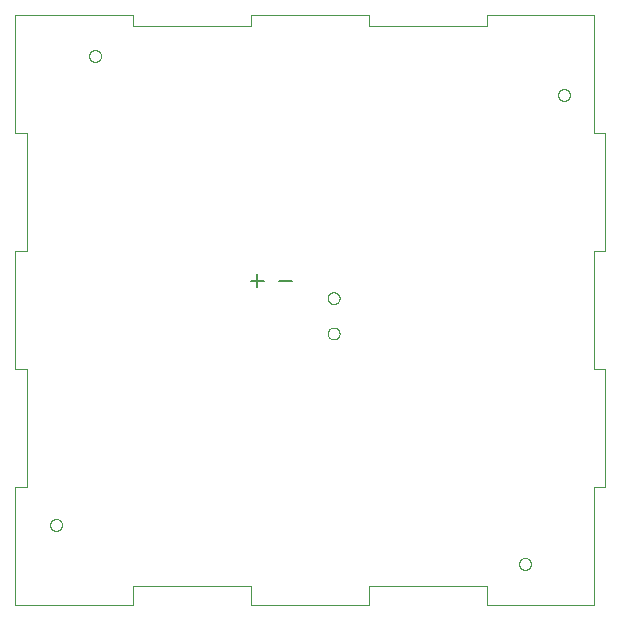
<source format=gbp>
G75*
%MOIN*%
%OFA0B0*%
%FSLAX25Y25*%
%IPPOS*%
%LPD*%
%AMOC8*
5,1,8,0,0,1.08239X$1,22.5*
%
%ADD10C,0.00004*%
%ADD11C,0.00600*%
%ADD12C,0.00000*%
D10*
X0001002Y0001002D02*
X0040372Y0001002D01*
X0040372Y0007301D01*
X0079742Y0007301D01*
X0079742Y0001002D01*
X0119112Y0001002D01*
X0119112Y0007301D01*
X0158482Y0007301D01*
X0158482Y0001002D01*
X0193915Y0001002D01*
X0193915Y0040372D01*
X0197852Y0040372D01*
X0197852Y0079742D01*
X0193915Y0079742D01*
X0193915Y0119112D01*
X0197852Y0119112D01*
X0197852Y0158482D01*
X0193915Y0158482D01*
X0193915Y0197852D01*
X0158482Y0197852D01*
X0158482Y0193915D01*
X0119112Y0193915D01*
X0119112Y0197852D01*
X0079742Y0197852D01*
X0079742Y0193915D01*
X0040372Y0193915D01*
X0040372Y0197852D01*
X0001002Y0197852D01*
X0001002Y0158482D01*
X0004939Y0158482D01*
X0004939Y0119112D01*
X0001002Y0119112D01*
X0001002Y0079742D01*
X0004939Y0079742D01*
X0004939Y0040372D01*
X0001002Y0040372D01*
X0001002Y0001002D01*
D11*
X0081784Y0107094D02*
X0081784Y0111364D01*
X0083919Y0109229D02*
X0079648Y0109229D01*
X0089097Y0109229D02*
X0093368Y0109229D01*
D12*
X0105332Y0103364D02*
X0105334Y0103452D01*
X0105340Y0103540D01*
X0105350Y0103628D01*
X0105364Y0103716D01*
X0105381Y0103802D01*
X0105403Y0103888D01*
X0105428Y0103972D01*
X0105458Y0104056D01*
X0105490Y0104138D01*
X0105527Y0104218D01*
X0105567Y0104297D01*
X0105611Y0104374D01*
X0105658Y0104449D01*
X0105708Y0104521D01*
X0105762Y0104592D01*
X0105818Y0104659D01*
X0105878Y0104725D01*
X0105940Y0104787D01*
X0106006Y0104847D01*
X0106073Y0104903D01*
X0106144Y0104957D01*
X0106216Y0105007D01*
X0106291Y0105054D01*
X0106368Y0105098D01*
X0106447Y0105138D01*
X0106527Y0105175D01*
X0106609Y0105207D01*
X0106693Y0105237D01*
X0106777Y0105262D01*
X0106863Y0105284D01*
X0106949Y0105301D01*
X0107037Y0105315D01*
X0107125Y0105325D01*
X0107213Y0105331D01*
X0107301Y0105333D01*
X0107389Y0105331D01*
X0107477Y0105325D01*
X0107565Y0105315D01*
X0107653Y0105301D01*
X0107739Y0105284D01*
X0107825Y0105262D01*
X0107909Y0105237D01*
X0107993Y0105207D01*
X0108075Y0105175D01*
X0108155Y0105138D01*
X0108234Y0105098D01*
X0108311Y0105054D01*
X0108386Y0105007D01*
X0108458Y0104957D01*
X0108529Y0104903D01*
X0108596Y0104847D01*
X0108662Y0104787D01*
X0108724Y0104725D01*
X0108784Y0104659D01*
X0108840Y0104592D01*
X0108894Y0104521D01*
X0108944Y0104449D01*
X0108991Y0104374D01*
X0109035Y0104297D01*
X0109075Y0104218D01*
X0109112Y0104138D01*
X0109144Y0104056D01*
X0109174Y0103972D01*
X0109199Y0103888D01*
X0109221Y0103802D01*
X0109238Y0103716D01*
X0109252Y0103628D01*
X0109262Y0103540D01*
X0109268Y0103452D01*
X0109270Y0103364D01*
X0109268Y0103276D01*
X0109262Y0103188D01*
X0109252Y0103100D01*
X0109238Y0103012D01*
X0109221Y0102926D01*
X0109199Y0102840D01*
X0109174Y0102756D01*
X0109144Y0102672D01*
X0109112Y0102590D01*
X0109075Y0102510D01*
X0109035Y0102431D01*
X0108991Y0102354D01*
X0108944Y0102279D01*
X0108894Y0102207D01*
X0108840Y0102136D01*
X0108784Y0102069D01*
X0108724Y0102003D01*
X0108662Y0101941D01*
X0108596Y0101881D01*
X0108529Y0101825D01*
X0108458Y0101771D01*
X0108386Y0101721D01*
X0108311Y0101674D01*
X0108234Y0101630D01*
X0108155Y0101590D01*
X0108075Y0101553D01*
X0107993Y0101521D01*
X0107909Y0101491D01*
X0107825Y0101466D01*
X0107739Y0101444D01*
X0107653Y0101427D01*
X0107565Y0101413D01*
X0107477Y0101403D01*
X0107389Y0101397D01*
X0107301Y0101395D01*
X0107213Y0101397D01*
X0107125Y0101403D01*
X0107037Y0101413D01*
X0106949Y0101427D01*
X0106863Y0101444D01*
X0106777Y0101466D01*
X0106693Y0101491D01*
X0106609Y0101521D01*
X0106527Y0101553D01*
X0106447Y0101590D01*
X0106368Y0101630D01*
X0106291Y0101674D01*
X0106216Y0101721D01*
X0106144Y0101771D01*
X0106073Y0101825D01*
X0106006Y0101881D01*
X0105940Y0101941D01*
X0105878Y0102003D01*
X0105818Y0102069D01*
X0105762Y0102136D01*
X0105708Y0102207D01*
X0105658Y0102279D01*
X0105611Y0102354D01*
X0105567Y0102431D01*
X0105527Y0102510D01*
X0105490Y0102590D01*
X0105458Y0102672D01*
X0105428Y0102756D01*
X0105403Y0102840D01*
X0105381Y0102926D01*
X0105364Y0103012D01*
X0105350Y0103100D01*
X0105340Y0103188D01*
X0105334Y0103276D01*
X0105332Y0103364D01*
X0105332Y0091553D02*
X0105334Y0091641D01*
X0105340Y0091729D01*
X0105350Y0091817D01*
X0105364Y0091905D01*
X0105381Y0091991D01*
X0105403Y0092077D01*
X0105428Y0092161D01*
X0105458Y0092245D01*
X0105490Y0092327D01*
X0105527Y0092407D01*
X0105567Y0092486D01*
X0105611Y0092563D01*
X0105658Y0092638D01*
X0105708Y0092710D01*
X0105762Y0092781D01*
X0105818Y0092848D01*
X0105878Y0092914D01*
X0105940Y0092976D01*
X0106006Y0093036D01*
X0106073Y0093092D01*
X0106144Y0093146D01*
X0106216Y0093196D01*
X0106291Y0093243D01*
X0106368Y0093287D01*
X0106447Y0093327D01*
X0106527Y0093364D01*
X0106609Y0093396D01*
X0106693Y0093426D01*
X0106777Y0093451D01*
X0106863Y0093473D01*
X0106949Y0093490D01*
X0107037Y0093504D01*
X0107125Y0093514D01*
X0107213Y0093520D01*
X0107301Y0093522D01*
X0107389Y0093520D01*
X0107477Y0093514D01*
X0107565Y0093504D01*
X0107653Y0093490D01*
X0107739Y0093473D01*
X0107825Y0093451D01*
X0107909Y0093426D01*
X0107993Y0093396D01*
X0108075Y0093364D01*
X0108155Y0093327D01*
X0108234Y0093287D01*
X0108311Y0093243D01*
X0108386Y0093196D01*
X0108458Y0093146D01*
X0108529Y0093092D01*
X0108596Y0093036D01*
X0108662Y0092976D01*
X0108724Y0092914D01*
X0108784Y0092848D01*
X0108840Y0092781D01*
X0108894Y0092710D01*
X0108944Y0092638D01*
X0108991Y0092563D01*
X0109035Y0092486D01*
X0109075Y0092407D01*
X0109112Y0092327D01*
X0109144Y0092245D01*
X0109174Y0092161D01*
X0109199Y0092077D01*
X0109221Y0091991D01*
X0109238Y0091905D01*
X0109252Y0091817D01*
X0109262Y0091729D01*
X0109268Y0091641D01*
X0109270Y0091553D01*
X0109268Y0091465D01*
X0109262Y0091377D01*
X0109252Y0091289D01*
X0109238Y0091201D01*
X0109221Y0091115D01*
X0109199Y0091029D01*
X0109174Y0090945D01*
X0109144Y0090861D01*
X0109112Y0090779D01*
X0109075Y0090699D01*
X0109035Y0090620D01*
X0108991Y0090543D01*
X0108944Y0090468D01*
X0108894Y0090396D01*
X0108840Y0090325D01*
X0108784Y0090258D01*
X0108724Y0090192D01*
X0108662Y0090130D01*
X0108596Y0090070D01*
X0108529Y0090014D01*
X0108458Y0089960D01*
X0108386Y0089910D01*
X0108311Y0089863D01*
X0108234Y0089819D01*
X0108155Y0089779D01*
X0108075Y0089742D01*
X0107993Y0089710D01*
X0107909Y0089680D01*
X0107825Y0089655D01*
X0107739Y0089633D01*
X0107653Y0089616D01*
X0107565Y0089602D01*
X0107477Y0089592D01*
X0107389Y0089586D01*
X0107301Y0089584D01*
X0107213Y0089586D01*
X0107125Y0089592D01*
X0107037Y0089602D01*
X0106949Y0089616D01*
X0106863Y0089633D01*
X0106777Y0089655D01*
X0106693Y0089680D01*
X0106609Y0089710D01*
X0106527Y0089742D01*
X0106447Y0089779D01*
X0106368Y0089819D01*
X0106291Y0089863D01*
X0106216Y0089910D01*
X0106144Y0089960D01*
X0106073Y0090014D01*
X0106006Y0090070D01*
X0105940Y0090130D01*
X0105878Y0090192D01*
X0105818Y0090258D01*
X0105762Y0090325D01*
X0105708Y0090396D01*
X0105658Y0090468D01*
X0105611Y0090543D01*
X0105567Y0090620D01*
X0105527Y0090699D01*
X0105490Y0090779D01*
X0105458Y0090861D01*
X0105428Y0090945D01*
X0105403Y0091029D01*
X0105381Y0091115D01*
X0105364Y0091201D01*
X0105350Y0091289D01*
X0105340Y0091377D01*
X0105334Y0091465D01*
X0105332Y0091553D01*
X0169112Y0014781D02*
X0169114Y0014869D01*
X0169120Y0014957D01*
X0169130Y0015045D01*
X0169144Y0015133D01*
X0169161Y0015219D01*
X0169183Y0015305D01*
X0169208Y0015389D01*
X0169238Y0015473D01*
X0169270Y0015555D01*
X0169307Y0015635D01*
X0169347Y0015714D01*
X0169391Y0015791D01*
X0169438Y0015866D01*
X0169488Y0015938D01*
X0169542Y0016009D01*
X0169598Y0016076D01*
X0169658Y0016142D01*
X0169720Y0016204D01*
X0169786Y0016264D01*
X0169853Y0016320D01*
X0169924Y0016374D01*
X0169996Y0016424D01*
X0170071Y0016471D01*
X0170148Y0016515D01*
X0170227Y0016555D01*
X0170307Y0016592D01*
X0170389Y0016624D01*
X0170473Y0016654D01*
X0170557Y0016679D01*
X0170643Y0016701D01*
X0170729Y0016718D01*
X0170817Y0016732D01*
X0170905Y0016742D01*
X0170993Y0016748D01*
X0171081Y0016750D01*
X0171169Y0016748D01*
X0171257Y0016742D01*
X0171345Y0016732D01*
X0171433Y0016718D01*
X0171519Y0016701D01*
X0171605Y0016679D01*
X0171689Y0016654D01*
X0171773Y0016624D01*
X0171855Y0016592D01*
X0171935Y0016555D01*
X0172014Y0016515D01*
X0172091Y0016471D01*
X0172166Y0016424D01*
X0172238Y0016374D01*
X0172309Y0016320D01*
X0172376Y0016264D01*
X0172442Y0016204D01*
X0172504Y0016142D01*
X0172564Y0016076D01*
X0172620Y0016009D01*
X0172674Y0015938D01*
X0172724Y0015866D01*
X0172771Y0015791D01*
X0172815Y0015714D01*
X0172855Y0015635D01*
X0172892Y0015555D01*
X0172924Y0015473D01*
X0172954Y0015389D01*
X0172979Y0015305D01*
X0173001Y0015219D01*
X0173018Y0015133D01*
X0173032Y0015045D01*
X0173042Y0014957D01*
X0173048Y0014869D01*
X0173050Y0014781D01*
X0173048Y0014693D01*
X0173042Y0014605D01*
X0173032Y0014517D01*
X0173018Y0014429D01*
X0173001Y0014343D01*
X0172979Y0014257D01*
X0172954Y0014173D01*
X0172924Y0014089D01*
X0172892Y0014007D01*
X0172855Y0013927D01*
X0172815Y0013848D01*
X0172771Y0013771D01*
X0172724Y0013696D01*
X0172674Y0013624D01*
X0172620Y0013553D01*
X0172564Y0013486D01*
X0172504Y0013420D01*
X0172442Y0013358D01*
X0172376Y0013298D01*
X0172309Y0013242D01*
X0172238Y0013188D01*
X0172166Y0013138D01*
X0172091Y0013091D01*
X0172014Y0013047D01*
X0171935Y0013007D01*
X0171855Y0012970D01*
X0171773Y0012938D01*
X0171689Y0012908D01*
X0171605Y0012883D01*
X0171519Y0012861D01*
X0171433Y0012844D01*
X0171345Y0012830D01*
X0171257Y0012820D01*
X0171169Y0012814D01*
X0171081Y0012812D01*
X0170993Y0012814D01*
X0170905Y0012820D01*
X0170817Y0012830D01*
X0170729Y0012844D01*
X0170643Y0012861D01*
X0170557Y0012883D01*
X0170473Y0012908D01*
X0170389Y0012938D01*
X0170307Y0012970D01*
X0170227Y0013007D01*
X0170148Y0013047D01*
X0170071Y0013091D01*
X0169996Y0013138D01*
X0169924Y0013188D01*
X0169853Y0013242D01*
X0169786Y0013298D01*
X0169720Y0013358D01*
X0169658Y0013420D01*
X0169598Y0013486D01*
X0169542Y0013553D01*
X0169488Y0013624D01*
X0169438Y0013696D01*
X0169391Y0013771D01*
X0169347Y0013848D01*
X0169307Y0013927D01*
X0169270Y0014007D01*
X0169238Y0014089D01*
X0169208Y0014173D01*
X0169183Y0014257D01*
X0169161Y0014343D01*
X0169144Y0014429D01*
X0169130Y0014517D01*
X0169120Y0014605D01*
X0169114Y0014693D01*
X0169112Y0014781D01*
X0012812Y0027774D02*
X0012814Y0027862D01*
X0012820Y0027950D01*
X0012830Y0028038D01*
X0012844Y0028126D01*
X0012861Y0028212D01*
X0012883Y0028298D01*
X0012908Y0028382D01*
X0012938Y0028466D01*
X0012970Y0028548D01*
X0013007Y0028628D01*
X0013047Y0028707D01*
X0013091Y0028784D01*
X0013138Y0028859D01*
X0013188Y0028931D01*
X0013242Y0029002D01*
X0013298Y0029069D01*
X0013358Y0029135D01*
X0013420Y0029197D01*
X0013486Y0029257D01*
X0013553Y0029313D01*
X0013624Y0029367D01*
X0013696Y0029417D01*
X0013771Y0029464D01*
X0013848Y0029508D01*
X0013927Y0029548D01*
X0014007Y0029585D01*
X0014089Y0029617D01*
X0014173Y0029647D01*
X0014257Y0029672D01*
X0014343Y0029694D01*
X0014429Y0029711D01*
X0014517Y0029725D01*
X0014605Y0029735D01*
X0014693Y0029741D01*
X0014781Y0029743D01*
X0014869Y0029741D01*
X0014957Y0029735D01*
X0015045Y0029725D01*
X0015133Y0029711D01*
X0015219Y0029694D01*
X0015305Y0029672D01*
X0015389Y0029647D01*
X0015473Y0029617D01*
X0015555Y0029585D01*
X0015635Y0029548D01*
X0015714Y0029508D01*
X0015791Y0029464D01*
X0015866Y0029417D01*
X0015938Y0029367D01*
X0016009Y0029313D01*
X0016076Y0029257D01*
X0016142Y0029197D01*
X0016204Y0029135D01*
X0016264Y0029069D01*
X0016320Y0029002D01*
X0016374Y0028931D01*
X0016424Y0028859D01*
X0016471Y0028784D01*
X0016515Y0028707D01*
X0016555Y0028628D01*
X0016592Y0028548D01*
X0016624Y0028466D01*
X0016654Y0028382D01*
X0016679Y0028298D01*
X0016701Y0028212D01*
X0016718Y0028126D01*
X0016732Y0028038D01*
X0016742Y0027950D01*
X0016748Y0027862D01*
X0016750Y0027774D01*
X0016748Y0027686D01*
X0016742Y0027598D01*
X0016732Y0027510D01*
X0016718Y0027422D01*
X0016701Y0027336D01*
X0016679Y0027250D01*
X0016654Y0027166D01*
X0016624Y0027082D01*
X0016592Y0027000D01*
X0016555Y0026920D01*
X0016515Y0026841D01*
X0016471Y0026764D01*
X0016424Y0026689D01*
X0016374Y0026617D01*
X0016320Y0026546D01*
X0016264Y0026479D01*
X0016204Y0026413D01*
X0016142Y0026351D01*
X0016076Y0026291D01*
X0016009Y0026235D01*
X0015938Y0026181D01*
X0015866Y0026131D01*
X0015791Y0026084D01*
X0015714Y0026040D01*
X0015635Y0026000D01*
X0015555Y0025963D01*
X0015473Y0025931D01*
X0015389Y0025901D01*
X0015305Y0025876D01*
X0015219Y0025854D01*
X0015133Y0025837D01*
X0015045Y0025823D01*
X0014957Y0025813D01*
X0014869Y0025807D01*
X0014781Y0025805D01*
X0014693Y0025807D01*
X0014605Y0025813D01*
X0014517Y0025823D01*
X0014429Y0025837D01*
X0014343Y0025854D01*
X0014257Y0025876D01*
X0014173Y0025901D01*
X0014089Y0025931D01*
X0014007Y0025963D01*
X0013927Y0026000D01*
X0013848Y0026040D01*
X0013771Y0026084D01*
X0013696Y0026131D01*
X0013624Y0026181D01*
X0013553Y0026235D01*
X0013486Y0026291D01*
X0013420Y0026351D01*
X0013358Y0026413D01*
X0013298Y0026479D01*
X0013242Y0026546D01*
X0013188Y0026617D01*
X0013138Y0026689D01*
X0013091Y0026764D01*
X0013047Y0026841D01*
X0013007Y0026920D01*
X0012970Y0027000D01*
X0012938Y0027082D01*
X0012908Y0027166D01*
X0012883Y0027250D01*
X0012861Y0027336D01*
X0012844Y0027422D01*
X0012830Y0027510D01*
X0012820Y0027598D01*
X0012814Y0027686D01*
X0012812Y0027774D01*
X0025805Y0184073D02*
X0025807Y0184161D01*
X0025813Y0184249D01*
X0025823Y0184337D01*
X0025837Y0184425D01*
X0025854Y0184511D01*
X0025876Y0184597D01*
X0025901Y0184681D01*
X0025931Y0184765D01*
X0025963Y0184847D01*
X0026000Y0184927D01*
X0026040Y0185006D01*
X0026084Y0185083D01*
X0026131Y0185158D01*
X0026181Y0185230D01*
X0026235Y0185301D01*
X0026291Y0185368D01*
X0026351Y0185434D01*
X0026413Y0185496D01*
X0026479Y0185556D01*
X0026546Y0185612D01*
X0026617Y0185666D01*
X0026689Y0185716D01*
X0026764Y0185763D01*
X0026841Y0185807D01*
X0026920Y0185847D01*
X0027000Y0185884D01*
X0027082Y0185916D01*
X0027166Y0185946D01*
X0027250Y0185971D01*
X0027336Y0185993D01*
X0027422Y0186010D01*
X0027510Y0186024D01*
X0027598Y0186034D01*
X0027686Y0186040D01*
X0027774Y0186042D01*
X0027862Y0186040D01*
X0027950Y0186034D01*
X0028038Y0186024D01*
X0028126Y0186010D01*
X0028212Y0185993D01*
X0028298Y0185971D01*
X0028382Y0185946D01*
X0028466Y0185916D01*
X0028548Y0185884D01*
X0028628Y0185847D01*
X0028707Y0185807D01*
X0028784Y0185763D01*
X0028859Y0185716D01*
X0028931Y0185666D01*
X0029002Y0185612D01*
X0029069Y0185556D01*
X0029135Y0185496D01*
X0029197Y0185434D01*
X0029257Y0185368D01*
X0029313Y0185301D01*
X0029367Y0185230D01*
X0029417Y0185158D01*
X0029464Y0185083D01*
X0029508Y0185006D01*
X0029548Y0184927D01*
X0029585Y0184847D01*
X0029617Y0184765D01*
X0029647Y0184681D01*
X0029672Y0184597D01*
X0029694Y0184511D01*
X0029711Y0184425D01*
X0029725Y0184337D01*
X0029735Y0184249D01*
X0029741Y0184161D01*
X0029743Y0184073D01*
X0029741Y0183985D01*
X0029735Y0183897D01*
X0029725Y0183809D01*
X0029711Y0183721D01*
X0029694Y0183635D01*
X0029672Y0183549D01*
X0029647Y0183465D01*
X0029617Y0183381D01*
X0029585Y0183299D01*
X0029548Y0183219D01*
X0029508Y0183140D01*
X0029464Y0183063D01*
X0029417Y0182988D01*
X0029367Y0182916D01*
X0029313Y0182845D01*
X0029257Y0182778D01*
X0029197Y0182712D01*
X0029135Y0182650D01*
X0029069Y0182590D01*
X0029002Y0182534D01*
X0028931Y0182480D01*
X0028859Y0182430D01*
X0028784Y0182383D01*
X0028707Y0182339D01*
X0028628Y0182299D01*
X0028548Y0182262D01*
X0028466Y0182230D01*
X0028382Y0182200D01*
X0028298Y0182175D01*
X0028212Y0182153D01*
X0028126Y0182136D01*
X0028038Y0182122D01*
X0027950Y0182112D01*
X0027862Y0182106D01*
X0027774Y0182104D01*
X0027686Y0182106D01*
X0027598Y0182112D01*
X0027510Y0182122D01*
X0027422Y0182136D01*
X0027336Y0182153D01*
X0027250Y0182175D01*
X0027166Y0182200D01*
X0027082Y0182230D01*
X0027000Y0182262D01*
X0026920Y0182299D01*
X0026841Y0182339D01*
X0026764Y0182383D01*
X0026689Y0182430D01*
X0026617Y0182480D01*
X0026546Y0182534D01*
X0026479Y0182590D01*
X0026413Y0182650D01*
X0026351Y0182712D01*
X0026291Y0182778D01*
X0026235Y0182845D01*
X0026181Y0182916D01*
X0026131Y0182988D01*
X0026084Y0183063D01*
X0026040Y0183140D01*
X0026000Y0183219D01*
X0025963Y0183299D01*
X0025931Y0183381D01*
X0025901Y0183465D01*
X0025876Y0183549D01*
X0025854Y0183635D01*
X0025837Y0183721D01*
X0025823Y0183809D01*
X0025813Y0183897D01*
X0025807Y0183985D01*
X0025805Y0184073D01*
X0182104Y0171081D02*
X0182106Y0171169D01*
X0182112Y0171257D01*
X0182122Y0171345D01*
X0182136Y0171433D01*
X0182153Y0171519D01*
X0182175Y0171605D01*
X0182200Y0171689D01*
X0182230Y0171773D01*
X0182262Y0171855D01*
X0182299Y0171935D01*
X0182339Y0172014D01*
X0182383Y0172091D01*
X0182430Y0172166D01*
X0182480Y0172238D01*
X0182534Y0172309D01*
X0182590Y0172376D01*
X0182650Y0172442D01*
X0182712Y0172504D01*
X0182778Y0172564D01*
X0182845Y0172620D01*
X0182916Y0172674D01*
X0182988Y0172724D01*
X0183063Y0172771D01*
X0183140Y0172815D01*
X0183219Y0172855D01*
X0183299Y0172892D01*
X0183381Y0172924D01*
X0183465Y0172954D01*
X0183549Y0172979D01*
X0183635Y0173001D01*
X0183721Y0173018D01*
X0183809Y0173032D01*
X0183897Y0173042D01*
X0183985Y0173048D01*
X0184073Y0173050D01*
X0184161Y0173048D01*
X0184249Y0173042D01*
X0184337Y0173032D01*
X0184425Y0173018D01*
X0184511Y0173001D01*
X0184597Y0172979D01*
X0184681Y0172954D01*
X0184765Y0172924D01*
X0184847Y0172892D01*
X0184927Y0172855D01*
X0185006Y0172815D01*
X0185083Y0172771D01*
X0185158Y0172724D01*
X0185230Y0172674D01*
X0185301Y0172620D01*
X0185368Y0172564D01*
X0185434Y0172504D01*
X0185496Y0172442D01*
X0185556Y0172376D01*
X0185612Y0172309D01*
X0185666Y0172238D01*
X0185716Y0172166D01*
X0185763Y0172091D01*
X0185807Y0172014D01*
X0185847Y0171935D01*
X0185884Y0171855D01*
X0185916Y0171773D01*
X0185946Y0171689D01*
X0185971Y0171605D01*
X0185993Y0171519D01*
X0186010Y0171433D01*
X0186024Y0171345D01*
X0186034Y0171257D01*
X0186040Y0171169D01*
X0186042Y0171081D01*
X0186040Y0170993D01*
X0186034Y0170905D01*
X0186024Y0170817D01*
X0186010Y0170729D01*
X0185993Y0170643D01*
X0185971Y0170557D01*
X0185946Y0170473D01*
X0185916Y0170389D01*
X0185884Y0170307D01*
X0185847Y0170227D01*
X0185807Y0170148D01*
X0185763Y0170071D01*
X0185716Y0169996D01*
X0185666Y0169924D01*
X0185612Y0169853D01*
X0185556Y0169786D01*
X0185496Y0169720D01*
X0185434Y0169658D01*
X0185368Y0169598D01*
X0185301Y0169542D01*
X0185230Y0169488D01*
X0185158Y0169438D01*
X0185083Y0169391D01*
X0185006Y0169347D01*
X0184927Y0169307D01*
X0184847Y0169270D01*
X0184765Y0169238D01*
X0184681Y0169208D01*
X0184597Y0169183D01*
X0184511Y0169161D01*
X0184425Y0169144D01*
X0184337Y0169130D01*
X0184249Y0169120D01*
X0184161Y0169114D01*
X0184073Y0169112D01*
X0183985Y0169114D01*
X0183897Y0169120D01*
X0183809Y0169130D01*
X0183721Y0169144D01*
X0183635Y0169161D01*
X0183549Y0169183D01*
X0183465Y0169208D01*
X0183381Y0169238D01*
X0183299Y0169270D01*
X0183219Y0169307D01*
X0183140Y0169347D01*
X0183063Y0169391D01*
X0182988Y0169438D01*
X0182916Y0169488D01*
X0182845Y0169542D01*
X0182778Y0169598D01*
X0182712Y0169658D01*
X0182650Y0169720D01*
X0182590Y0169786D01*
X0182534Y0169853D01*
X0182480Y0169924D01*
X0182430Y0169996D01*
X0182383Y0170071D01*
X0182339Y0170148D01*
X0182299Y0170227D01*
X0182262Y0170307D01*
X0182230Y0170389D01*
X0182200Y0170473D01*
X0182175Y0170557D01*
X0182153Y0170643D01*
X0182136Y0170729D01*
X0182122Y0170817D01*
X0182112Y0170905D01*
X0182106Y0170993D01*
X0182104Y0171081D01*
M02*

</source>
